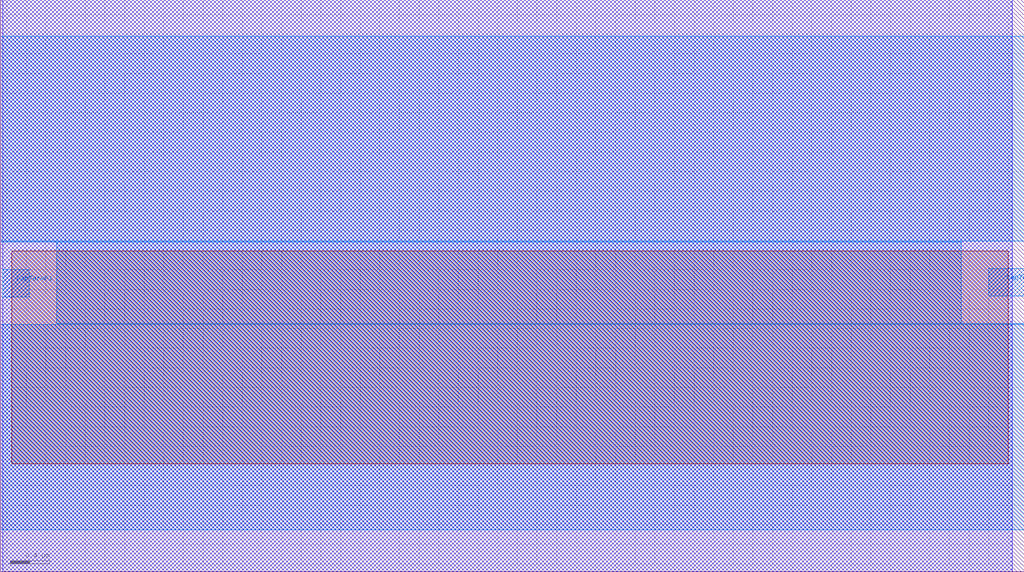
<source format=lef>
VERSION 5.7 ;
  NOWIREEXTENSIONATPIN ON ;
  DIVIDERCHAR "/" ;
  BUSBITCHARS "[]" ;
UNITS
  DATABASE MICRONS 200 ;
END UNITS

LAYER via2
  TYPE CUT ;
END via2

LAYER via
  TYPE CUT ;
END via

LAYER nwell
  TYPE MASTERSLICE ;
END nwell

LAYER via3
  TYPE CUT ;
END via3

LAYER pwell
  TYPE MASTERSLICE ;
END pwell

LAYER via4
  TYPE CUT ;
END via4

LAYER mcon
  TYPE CUT ;
END mcon

LAYER met6
  TYPE ROUTING ;
  WIDTH 0.030000 ;
  SPACING 0.040000 ;
  DIRECTION HORIZONTAL ;
END met6

LAYER met1
  TYPE ROUTING ;
  WIDTH 0.140000 ;
  SPACING 0.140000 ;
  DIRECTION HORIZONTAL ;
END met1

LAYER met3
  TYPE ROUTING ;
  WIDTH 0.300000 ;
  SPACING 0.300000 ;
  DIRECTION HORIZONTAL ;
END met3

LAYER met2
  TYPE ROUTING ;
  WIDTH 0.140000 ;
  SPACING 0.140000 ;
  DIRECTION HORIZONTAL ;
END met2

LAYER met4
  TYPE ROUTING ;
  WIDTH 0.300000 ;
  SPACING 0.300000 ;
  DIRECTION HORIZONTAL ;
END met4

LAYER met5
  TYPE ROUTING ;
  WIDTH 1.600000 ;
  SPACING 1.600000 ;
  DIRECTION HORIZONTAL ;
END met5

LAYER li1
  TYPE ROUTING ;
  WIDTH 0.170000 ;
  SPACING 0.170000 ;
  DIRECTION HORIZONTAL ;
END li1

MACRO sky130_hilas_capacitorSize01
  CLASS BLOCK ;
  FOREIGN sky130_hilas_capacitorSize01 ;
  ORIGIN -14.140 0.480 ;
  SIZE 10.420 BY 5.830 ;
  PIN CapTerm02
    USE ANALOG ;
    PORT
      LAYER met2 ;
        RECT 24.200 2.330 24.560 2.610 ;
    END
  END CapTerm02
  PIN CapTerm01
    USE ANALOG ;
    PORT
      LAYER met2 ;
        RECT 14.160 2.320 14.430 2.600 ;
    END
  END CapTerm01
  OBS
      LAYER met2 ;
        RECT 14.140 2.890 24.560 4.980 ;
        RECT 14.140 2.880 23.920 2.890 ;
        RECT 14.710 2.050 23.920 2.880 ;
        RECT 14.710 2.040 24.560 2.050 ;
        RECT 14.140 -0.050 24.560 2.040 ;
      LAYER met3 ;
        RECT 14.160 -0.480 24.440 5.350 ;
      LAYER met4 ;
        RECT 14.250 0.620 24.400 2.790 ;
  END
END sky130_hilas_capacitorSize01
END LIBRARY


</source>
